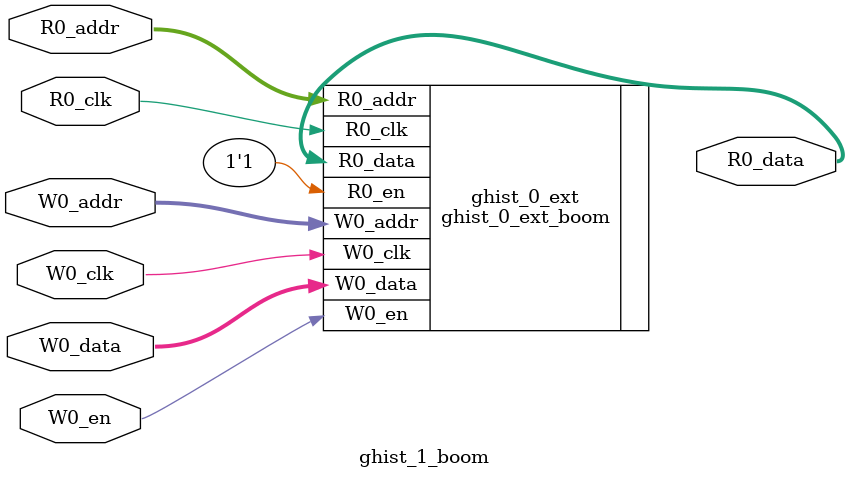
<source format=sv>
`ifndef RANDOMIZE
  `ifdef RANDOMIZE_REG_INIT
    `define RANDOMIZE
  `endif // RANDOMIZE_REG_INIT
`endif // not def RANDOMIZE
`ifndef RANDOMIZE
  `ifdef RANDOMIZE_MEM_INIT
    `define RANDOMIZE
  `endif // RANDOMIZE_MEM_INIT
`endif // not def RANDOMIZE

`ifndef RANDOM
  `define RANDOM $random
`endif // not def RANDOM

// Users can define 'PRINTF_COND' to add an extra gate to prints.
`ifndef PRINTF_COND_
  `ifdef PRINTF_COND
    `define PRINTF_COND_ (`PRINTF_COND)
  `else  // PRINTF_COND
    `define PRINTF_COND_ 1
  `endif // PRINTF_COND
`endif // not def PRINTF_COND_

// Users can define 'ASSERT_VERBOSE_COND' to add an extra gate to assert error printing.
`ifndef ASSERT_VERBOSE_COND_
  `ifdef ASSERT_VERBOSE_COND
    `define ASSERT_VERBOSE_COND_ (`ASSERT_VERBOSE_COND)
  `else  // ASSERT_VERBOSE_COND
    `define ASSERT_VERBOSE_COND_ 1
  `endif // ASSERT_VERBOSE_COND
`endif // not def ASSERT_VERBOSE_COND_

// Users can define 'STOP_COND' to add an extra gate to stop conditions.
`ifndef STOP_COND_
  `ifdef STOP_COND
    `define STOP_COND_ (`STOP_COND)
  `else  // STOP_COND
    `define STOP_COND_ 1
  `endif // STOP_COND
`endif // not def STOP_COND_

// Users can define INIT_RANDOM as general code that gets injected into the
// initializer block for modules with registers.
`ifndef INIT_RANDOM
  `define INIT_RANDOM
`endif // not def INIT_RANDOM

// If using random initialization, you can also define RANDOMIZE_DELAY to
// customize the delay used, otherwise 0.002 is used.
`ifndef RANDOMIZE_DELAY
  `define RANDOMIZE_DELAY 0.002
`endif // not def RANDOMIZE_DELAY

// Define INIT_RANDOM_PROLOG_ for use in our modules below.
`ifndef INIT_RANDOM_PROLOG_
  `ifdef RANDOMIZE
    `ifdef VERILATOR
      `define INIT_RANDOM_PROLOG_ `INIT_RANDOM
    `else  // VERILATOR
      `define INIT_RANDOM_PROLOG_ `INIT_RANDOM #`RANDOMIZE_DELAY begin end
    `endif // VERILATOR
  `else  // RANDOMIZE
    `define INIT_RANDOM_PROLOG_
  `endif // RANDOMIZE
`endif // not def INIT_RANDOM_PROLOG_

module ghist_1_boom(	// @[fetch-target-queue.scala:144:43]
  input  [4:0]  R0_addr,
  input         R0_clk,
  input  [4:0]  W0_addr,
  input         W0_en,
                W0_clk,
  input  [71:0] W0_data,
  output [71:0] R0_data
);

  ghist_0_ext_boom ghist_0_ext (	// @[fetch-target-queue.scala:144:43]
    .R0_addr (R0_addr),
    .R0_en   (1'h1),
    .R0_clk  (R0_clk),
    .W0_addr (W0_addr),
    .W0_en   (W0_en),
    .W0_clk  (W0_clk),
    .W0_data (W0_data),
    .R0_data (R0_data)
  );
endmodule


</source>
